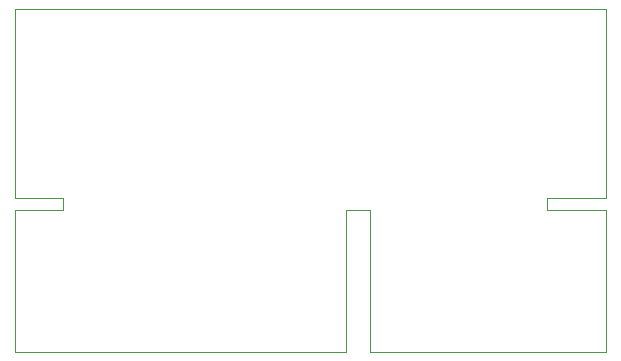
<source format=gbr>
%FSLAX46Y46*%
G04 Gerber Fmt 4.6, Leading zero omitted, Abs format (unit mm)*
G04 Created by KiCad (PCBNEW (2014-09-02 BZR 5112)-product) date 2015-04-11 10:31:41 PM*
%MOMM*%
G01*
G04 APERTURE LIST*
%ADD10C,0.100000*%
G04 APERTURE END LIST*
D10*
X136000000Y-48000000D02*
X141000000Y-48000000D01*
X136000000Y-49000000D02*
X136000000Y-48000000D01*
X141000000Y-49000000D02*
X136000000Y-49000000D01*
X141000000Y-61000000D02*
X141000000Y-49000000D01*
X121000000Y-49000000D02*
X121000000Y-61000000D01*
X119000000Y-49000000D02*
X121000000Y-49000000D01*
X91000000Y-61000000D02*
X119000000Y-61000000D01*
X95000000Y-48000000D02*
X91000000Y-48000000D01*
X95000000Y-49000000D02*
X95000000Y-48000000D01*
X91000000Y-49000000D02*
X95000000Y-49000000D01*
X119000000Y-61000000D02*
X119000000Y-49000000D01*
X91000000Y-49000000D02*
X91000000Y-61000000D01*
X91000000Y-32000000D02*
X141000000Y-32000000D01*
X141000000Y-32000000D02*
X141000000Y-48000000D01*
X91000000Y-48000000D02*
X91000000Y-32000000D01*
X141000000Y-61000000D02*
X121000000Y-61000000D01*
M02*

</source>
